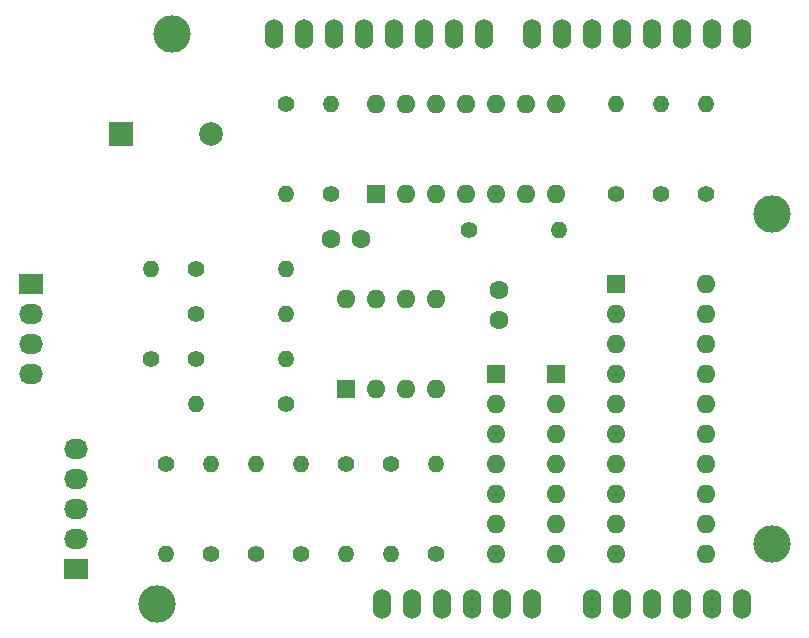
<source format=gbs>
G04 #@! TF.FileFunction,Soldermask,Bot*
%FSLAX46Y46*%
G04 Gerber Fmt 4.6, Leading zero omitted, Abs format (unit mm)*
G04 Created by KiCad (PCBNEW 4.0.6) date 2018 June 04, Monday 22:32:25*
%MOMM*%
%LPD*%
G01*
G04 APERTURE LIST*
%ADD10C,0.150000*%
%ADD11C,1.600000*%
%ADD12R,2.032000X1.727200*%
%ADD13O,2.032000X1.727200*%
%ADD14C,1.400000*%
%ADD15O,1.400000X1.400000*%
%ADD16R,1.600000X1.600000*%
%ADD17O,1.600000X1.600000*%
%ADD18O,1.524000X2.540000*%
%ADD19C,3.175000*%
%ADD20R,2.000000X2.000000*%
%ADD21C,2.000000*%
G04 APERTURE END LIST*
D10*
D11*
X161290000Y-92710000D03*
X163790000Y-92710000D03*
X175514000Y-97028000D03*
X175514000Y-99528000D03*
D12*
X139700000Y-120650000D03*
D13*
X139700000Y-118110000D03*
X139700000Y-115570000D03*
X139700000Y-113030000D03*
X139700000Y-110490000D03*
D12*
X135890000Y-96520000D03*
D13*
X135890000Y-99060000D03*
X135890000Y-101600000D03*
X135890000Y-104140000D03*
D14*
X147320000Y-111760000D03*
D15*
X147320000Y-119380000D03*
D14*
X161290000Y-88900000D03*
D15*
X161290000Y-81280000D03*
D14*
X166370000Y-111760000D03*
D15*
X166370000Y-119380000D03*
D14*
X158750000Y-119380000D03*
D15*
X158750000Y-111760000D03*
D14*
X162560000Y-111760000D03*
D15*
X162560000Y-119380000D03*
D14*
X151130000Y-119380000D03*
D15*
X151130000Y-111760000D03*
D14*
X154940000Y-119380000D03*
D15*
X154940000Y-111760000D03*
D14*
X170180000Y-119380000D03*
D15*
X170180000Y-111760000D03*
D14*
X146050000Y-102870000D03*
D15*
X146050000Y-95250000D03*
D14*
X189230000Y-88900000D03*
D15*
X189230000Y-81280000D03*
D14*
X157480000Y-81280000D03*
D15*
X157480000Y-88900000D03*
D14*
X185420000Y-88900000D03*
D15*
X185420000Y-81280000D03*
D14*
X149860000Y-95250000D03*
D15*
X157480000Y-95250000D03*
D14*
X149860000Y-99060000D03*
D15*
X157480000Y-99060000D03*
D14*
X172974000Y-91948000D03*
D15*
X180594000Y-91948000D03*
D14*
X193040000Y-88900000D03*
D15*
X193040000Y-81280000D03*
D14*
X149860000Y-102870000D03*
D15*
X157480000Y-102870000D03*
D14*
X157480000Y-106680000D03*
D15*
X149860000Y-106680000D03*
D16*
X175260000Y-104140000D03*
D17*
X175260000Y-106680000D03*
X175260000Y-109220000D03*
X175260000Y-111760000D03*
X175260000Y-114300000D03*
X175260000Y-116840000D03*
X175260000Y-119380000D03*
D16*
X180340000Y-104140000D03*
D17*
X180340000Y-106680000D03*
X180340000Y-109220000D03*
X180340000Y-111760000D03*
X180340000Y-114300000D03*
X180340000Y-116840000D03*
X180340000Y-119380000D03*
D18*
X196030000Y-123581000D03*
X193490000Y-123581000D03*
X190950000Y-123581000D03*
X183330000Y-123581000D03*
X185870000Y-123581000D03*
X188410000Y-123581000D03*
X178250000Y-123581000D03*
X175710000Y-123581000D03*
X173170000Y-123581000D03*
X168090000Y-123581000D03*
X165550000Y-123581000D03*
X196030000Y-75321000D03*
X193490000Y-75321000D03*
X190950000Y-75321000D03*
X188410000Y-75321000D03*
X185870000Y-75321000D03*
X183330000Y-75321000D03*
X180790000Y-75321000D03*
X178250000Y-75321000D03*
X174186000Y-75321000D03*
X171646000Y-75321000D03*
X169106000Y-75321000D03*
X166566000Y-75321000D03*
X164026000Y-75321000D03*
X161486000Y-75321000D03*
X158946000Y-75321000D03*
X156406000Y-75321000D03*
X170630000Y-123581000D03*
D19*
X198570000Y-118501000D03*
X198570000Y-90561000D03*
X147770000Y-75321000D03*
X146500000Y-123581000D03*
D16*
X185420000Y-96520000D03*
D17*
X193040000Y-119380000D03*
X185420000Y-99060000D03*
X193040000Y-116840000D03*
X185420000Y-101600000D03*
X193040000Y-114300000D03*
X185420000Y-104140000D03*
X193040000Y-111760000D03*
X185420000Y-106680000D03*
X193040000Y-109220000D03*
X185420000Y-109220000D03*
X193040000Y-106680000D03*
X185420000Y-111760000D03*
X193040000Y-104140000D03*
X185420000Y-114300000D03*
X193040000Y-101600000D03*
X185420000Y-116840000D03*
X193040000Y-99060000D03*
X185420000Y-119380000D03*
X193040000Y-96520000D03*
D16*
X162560000Y-105410000D03*
D17*
X170180000Y-97790000D03*
X165100000Y-105410000D03*
X167640000Y-97790000D03*
X167640000Y-105410000D03*
X165100000Y-97790000D03*
X170180000Y-105410000D03*
X162560000Y-97790000D03*
D16*
X165100000Y-88900000D03*
D17*
X180340000Y-81280000D03*
X167640000Y-88900000D03*
X177800000Y-81280000D03*
X170180000Y-88900000D03*
X175260000Y-81280000D03*
X172720000Y-88900000D03*
X172720000Y-81280000D03*
X175260000Y-88900000D03*
X170180000Y-81280000D03*
X177800000Y-88900000D03*
X167640000Y-81280000D03*
X180340000Y-88900000D03*
X165100000Y-81280000D03*
D20*
X143510000Y-83820000D03*
D21*
X151110000Y-83820000D03*
M02*

</source>
